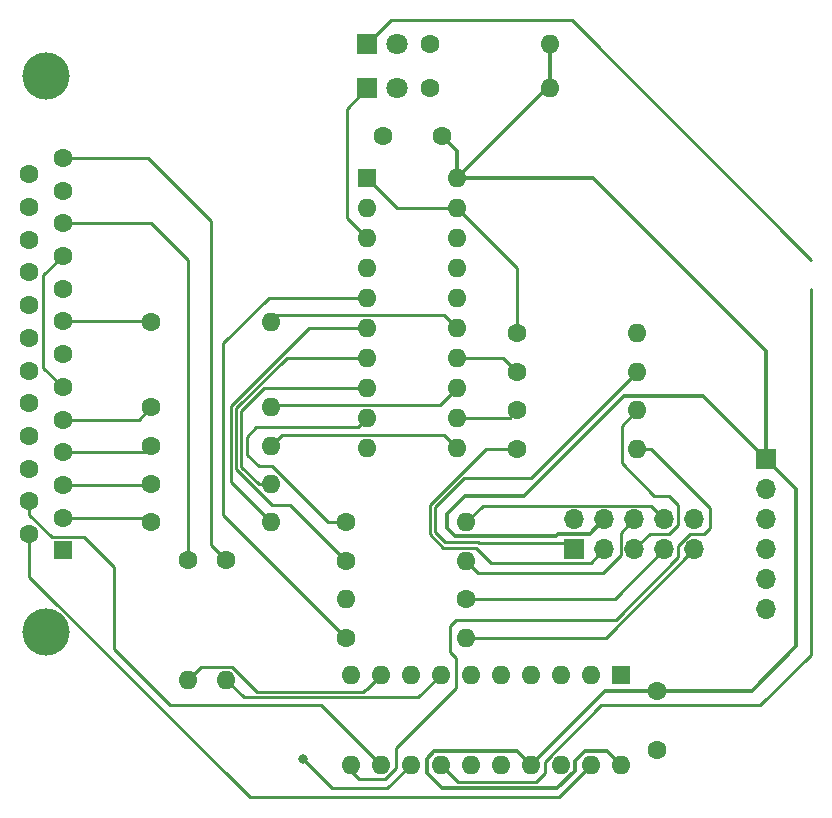
<source format=gbr>
%TF.GenerationSoftware,KiCad,Pcbnew,(6.0.7)*%
%TF.CreationDate,2023-04-25T18:20:48-06:00*%
%TF.ProjectId,byte_blaster_II,62797465-5f62-46c6-9173-7465725f4949,rev?*%
%TF.SameCoordinates,Original*%
%TF.FileFunction,Copper,L1,Top*%
%TF.FilePolarity,Positive*%
%FSLAX46Y46*%
G04 Gerber Fmt 4.6, Leading zero omitted, Abs format (unit mm)*
G04 Created by KiCad (PCBNEW (6.0.7)) date 2023-04-25 18:20:48*
%MOMM*%
%LPD*%
G01*
G04 APERTURE LIST*
%TA.AperFunction,ComponentPad*%
%ADD10C,1.600000*%
%TD*%
%TA.AperFunction,ComponentPad*%
%ADD11O,1.600000X1.600000*%
%TD*%
%TA.AperFunction,ComponentPad*%
%ADD12R,1.600000X1.600000*%
%TD*%
%TA.AperFunction,ComponentPad*%
%ADD13R,1.700000X1.700000*%
%TD*%
%TA.AperFunction,ComponentPad*%
%ADD14O,1.700000X1.700000*%
%TD*%
%TA.AperFunction,ComponentPad*%
%ADD15R,1.800000X1.800000*%
%TD*%
%TA.AperFunction,ComponentPad*%
%ADD16C,1.800000*%
%TD*%
%TA.AperFunction,ComponentPad*%
%ADD17C,4.000000*%
%TD*%
%TA.AperFunction,ViaPad*%
%ADD18C,0.800000*%
%TD*%
%TA.AperFunction,Conductor*%
%ADD19C,0.250000*%
%TD*%
%TA.AperFunction,Conductor*%
%ADD20C,0.350000*%
%TD*%
G04 APERTURE END LIST*
D10*
%TO.P,R15,1*%
%TO.N,Net-(J2-Pad3)*%
X86126112Y-127668557D03*
D11*
%TO.P,R15,2*%
%TO.N,Net-(U2-Pad11)*%
X96286112Y-127668557D03*
%TD*%
D10*
%TO.P,R7,1*%
%TO.N,Net-(J1-Pad13)*%
X61456112Y-137088557D03*
D11*
%TO.P,R7,2*%
%TO.N,Net-(U2-Pad7)*%
X61456112Y-147248557D03*
%TD*%
D10*
%TO.P,R10,1*%
%TO.N,Net-(U1-Pad12)*%
X86126112Y-124418557D03*
D11*
%TO.P,R10,2*%
%TO.N,Net-(J2-Pad5)*%
X96286112Y-124418557D03*
%TD*%
D10*
%TO.P,C1,1*%
%TO.N,VCC*%
X79706112Y-101168557D03*
%TO.P,C1,2*%
%TO.N,GND*%
X74706112Y-101168557D03*
%TD*%
%TO.P,R16,1*%
%TO.N,Net-(J2-Pad7)*%
X81774012Y-140422766D03*
D11*
%TO.P,R16,2*%
%TO.N,Net-(U2-Pad13)*%
X71614012Y-140422766D03*
%TD*%
D10*
%TO.P,R17,1*%
%TO.N,Net-(D2-Pad2)*%
X78706112Y-93418557D03*
D11*
%TO.P,R17,2*%
%TO.N,VCC*%
X88866112Y-93418557D03*
%TD*%
D10*
%TO.P,R5,1*%
%TO.N,Net-(J1-Pad8)*%
X55126112Y-116918557D03*
D11*
%TO.P,R5,2*%
%TO.N,Net-(U1-Pad15)*%
X65286112Y-116918557D03*
%TD*%
D10*
%TO.P,R14,1*%
%TO.N,Net-(D1-Pad2)*%
X78706112Y-97168557D03*
D11*
%TO.P,R14,2*%
%TO.N,VCC*%
X88866112Y-97168557D03*
%TD*%
D10*
%TO.P,R1,1*%
%TO.N,Net-(J1-Pad2)*%
X55126112Y-133918557D03*
D11*
%TO.P,R1,2*%
%TO.N,Net-(R1-Pad2)*%
X65286112Y-133918557D03*
%TD*%
D10*
%TO.P,R3,1*%
%TO.N,Net-(J1-Pad4)*%
X55126112Y-127418557D03*
D11*
%TO.P,R3,2*%
%TO.N,Net-(U1-Pad11)*%
X65286112Y-127418557D03*
%TD*%
D12*
%TO.P,U1,1,OEa*%
%TO.N,Net-(U1-Pad1)*%
X73406112Y-104743557D03*
D11*
%TO.P,U1,2,I0a*%
%TO.N,unconnected-(U1-Pad2)*%
X73406112Y-107283557D03*
%TO.P,U1,3,O3b*%
%TO.N,Net-(D1-Pad1)*%
X73406112Y-109823557D03*
%TO.P,U1,4,I1a*%
%TO.N,unconnected-(U1-Pad4)*%
X73406112Y-112363557D03*
%TO.P,U1,5,O2b*%
%TO.N,Net-(U1-Pad5)*%
X73406112Y-114903557D03*
%TO.P,U1,6,I2a*%
%TO.N,Net-(R1-Pad2)*%
X73406112Y-117443557D03*
%TO.P,U1,7,O1b*%
%TO.N,Net-(U1-Pad7)*%
X73406112Y-119983557D03*
%TO.P,U1,8,I3a*%
%TO.N,Net-(U1-Pad8)*%
X73406112Y-122523557D03*
%TO.P,U1,9,O0b*%
%TO.N,Net-(U1-Pad9)*%
X73406112Y-125063557D03*
%TO.P,U1,10,GND*%
%TO.N,GND*%
X73406112Y-127603557D03*
%TO.P,U1,11,I0b*%
%TO.N,Net-(U1-Pad11)*%
X81026112Y-127603557D03*
%TO.P,U1,12,O3a*%
%TO.N,Net-(U1-Pad12)*%
X81026112Y-125063557D03*
%TO.P,U1,13,I1b*%
%TO.N,Net-(U1-Pad13)*%
X81026112Y-122523557D03*
%TO.P,U1,14,O2a*%
%TO.N,Net-(U1-Pad14)*%
X81026112Y-119983557D03*
%TO.P,U1,15,I2b*%
%TO.N,Net-(U1-Pad15)*%
X81026112Y-117443557D03*
%TO.P,U1,16,O1a*%
%TO.N,unconnected-(U1-Pad16)*%
X81026112Y-114903557D03*
%TO.P,U1,17,I3b*%
%TO.N,GND*%
X81026112Y-112363557D03*
%TO.P,U1,18,O0a*%
%TO.N,unconnected-(U1-Pad18)*%
X81026112Y-109823557D03*
%TO.P,U1,19,OEb*%
%TO.N,Net-(U1-Pad1)*%
X81026112Y-107283557D03*
%TO.P,U1,20,VCC*%
%TO.N,VCC*%
X81026112Y-104743557D03*
%TD*%
D10*
%TO.P,C2,1*%
%TO.N,VCC*%
X97956112Y-148168557D03*
%TO.P,C2,2*%
%TO.N,GND*%
X97956112Y-153168557D03*
%TD*%
%TO.P,R13,1*%
%TO.N,Net-(U1-Pad5)*%
X71626112Y-143668557D03*
D11*
%TO.P,R13,2*%
%TO.N,Net-(J2-Pad9)*%
X81786112Y-143668557D03*
%TD*%
D10*
%TO.P,R4,1*%
%TO.N,Net-(J1-Pad5)*%
X55126112Y-124168557D03*
D11*
%TO.P,R4,2*%
%TO.N,Net-(U1-Pad13)*%
X65286112Y-124168557D03*
%TD*%
D10*
%TO.P,R8,1*%
%TO.N,Net-(U1-Pad1)*%
X86126112Y-117918557D03*
D11*
%TO.P,R8,2*%
%TO.N,GND*%
X96286112Y-117918557D03*
%TD*%
D10*
%TO.P,R9,1*%
%TO.N,Net-(U1-Pad14)*%
X86126112Y-121168557D03*
D11*
%TO.P,R9,2*%
%TO.N,Net-(J2-Pad1)*%
X96286112Y-121168557D03*
%TD*%
D10*
%TO.P,R11,1*%
%TO.N,Net-(U1-Pad9)*%
X71626112Y-133918557D03*
D11*
%TO.P,R11,2*%
%TO.N,Net-(J2-Pad8)*%
X81786112Y-133918557D03*
%TD*%
D13*
%TO.P,J2,1,Pin_1*%
%TO.N,Net-(J2-Pad1)*%
X90956112Y-136208557D03*
D14*
%TO.P,J2,2,Pin_2*%
%TO.N,GND*%
X90956112Y-133668557D03*
%TO.P,J2,3,Pin_3*%
%TO.N,Net-(J2-Pad3)*%
X93496112Y-136208557D03*
%TO.P,J2,4,Pin_4*%
%TO.N,VCC*%
X93496112Y-133668557D03*
%TO.P,J2,5,Pin_5*%
%TO.N,Net-(J2-Pad5)*%
X96036112Y-136208557D03*
%TO.P,J2,6,Pin_6*%
%TO.N,Net-(J2-Pad6)*%
X96036112Y-133668557D03*
%TO.P,J2,7,Pin_7*%
%TO.N,Net-(J2-Pad7)*%
X98576112Y-136208557D03*
%TO.P,J2,8,Pin_8*%
%TO.N,Net-(J2-Pad8)*%
X98576112Y-133668557D03*
%TO.P,J2,9,Pin_9*%
%TO.N,Net-(J2-Pad9)*%
X101116112Y-136208557D03*
%TO.P,J2,10,Pin_10*%
%TO.N,GND*%
X101116112Y-133668557D03*
%TD*%
D15*
%TO.P,D2,1,K*%
%TO.N,Net-(D2-Pad1)*%
X73431112Y-93418557D03*
D16*
%TO.P,D2,2,A*%
%TO.N,Net-(D2-Pad2)*%
X75971112Y-93418557D03*
%TD*%
D17*
%TO.P,J1,0,GND*%
%TO.N,GND*%
X46216443Y-143223557D03*
X46216443Y-96123557D03*
D12*
%TO.P,J1,1,1*%
%TO.N,unconnected-(J1-Pad1)*%
X47636443Y-136293557D03*
D10*
%TO.P,J1,2,2*%
%TO.N,Net-(J1-Pad2)*%
X47636443Y-133523557D03*
%TO.P,J1,3,3*%
%TO.N,Net-(J1-Pad3)*%
X47636443Y-130753557D03*
%TO.P,J1,4,4*%
%TO.N,Net-(J1-Pad4)*%
X47636443Y-127983557D03*
%TO.P,J1,5,5*%
%TO.N,Net-(J1-Pad5)*%
X47636443Y-125213557D03*
%TO.P,J1,6,6*%
%TO.N,Net-(J1-Pad10)*%
X47636443Y-122443557D03*
%TO.P,J1,7,7*%
%TO.N,unconnected-(J1-Pad7)*%
X47636443Y-119673557D03*
%TO.P,J1,8,8*%
%TO.N,Net-(J1-Pad8)*%
X47636443Y-116903557D03*
%TO.P,J1,9,9*%
%TO.N,unconnected-(J1-Pad9)*%
X47636443Y-114133557D03*
%TO.P,J1,10,10*%
%TO.N,Net-(J1-Pad10)*%
X47636443Y-111363557D03*
%TO.P,J1,11,11*%
%TO.N,Net-(J1-Pad11)*%
X47636443Y-108593557D03*
%TO.P,J1,12,12*%
%TO.N,unconnected-(J1-Pad12)*%
X47636443Y-105823557D03*
%TO.P,J1,13,13*%
%TO.N,Net-(J1-Pad13)*%
X47636443Y-103053557D03*
%TO.P,J1,14,P14*%
%TO.N,Net-(J1-Pad14)*%
X44796443Y-134908557D03*
%TO.P,J1,15,P15*%
%TO.N,Net-(J1-Pad15)*%
X44796443Y-132138557D03*
%TO.P,J1,16,P16*%
%TO.N,unconnected-(J1-Pad16)*%
X44796443Y-129368557D03*
%TO.P,J1,17,P17*%
%TO.N,unconnected-(J1-Pad17)*%
X44796443Y-126598557D03*
%TO.P,J1,18,P18*%
%TO.N,GND*%
X44796443Y-123828557D03*
%TO.P,J1,19,P19*%
X44796443Y-121058557D03*
%TO.P,J1,20,P20*%
X44796443Y-118288557D03*
%TO.P,J1,21,P21*%
X44796443Y-115518557D03*
%TO.P,J1,22,P22*%
X44796443Y-112748557D03*
%TO.P,J1,23,P23*%
X44796443Y-109978557D03*
%TO.P,J1,24,P24*%
X44796443Y-107208557D03*
%TO.P,J1,25,P25*%
X44796443Y-104438557D03*
%TD*%
%TO.P,R2,1*%
%TO.N,Net-(J1-Pad3)*%
X55126112Y-130668557D03*
D11*
%TO.P,R2,2*%
%TO.N,Net-(U1-Pad8)*%
X65286112Y-130668557D03*
%TD*%
D10*
%TO.P,R6,1*%
%TO.N,Net-(J1-Pad11)*%
X58206112Y-137088557D03*
D11*
%TO.P,R6,2*%
%TO.N,Net-(U2-Pad9)*%
X58206112Y-147248557D03*
%TD*%
D12*
%TO.P,U2,1,OEa*%
%TO.N,GND*%
X94866112Y-146828557D03*
D11*
%TO.P,U2,2,I0a*%
%TO.N,unconnected-(U2-Pad2)*%
X92326112Y-146828557D03*
%TO.P,U2,3,O3b*%
%TO.N,GND*%
X89786112Y-146828557D03*
%TO.P,U2,4,I1a*%
%TO.N,unconnected-(U2-Pad4)*%
X87246112Y-146828557D03*
%TO.P,U2,5,O2b*%
%TO.N,unconnected-(U2-Pad5)*%
X84706112Y-146828557D03*
%TO.P,U2,6,I2a*%
%TO.N,GND*%
X82166112Y-146828557D03*
%TO.P,U2,7,O1b*%
%TO.N,Net-(U2-Pad7)*%
X79626112Y-146828557D03*
%TO.P,U2,8,I3a*%
%TO.N,GND*%
X77086112Y-146828557D03*
%TO.P,U2,9,O0b*%
%TO.N,Net-(U2-Pad9)*%
X74546112Y-146828557D03*
%TO.P,U2,10,GND*%
%TO.N,GND*%
X72006112Y-146828557D03*
%TO.P,U2,11,I0b*%
%TO.N,Net-(U2-Pad11)*%
X72006112Y-154448557D03*
%TO.P,U2,12,O3a*%
%TO.N,Net-(J1-Pad15)*%
X74546112Y-154448557D03*
%TO.P,U2,13,I1b*%
%TO.N,Net-(U2-Pad13)*%
X77086112Y-154448557D03*
%TO.P,U2,14,O2a*%
%TO.N,Net-(D2-Pad1)*%
X79626112Y-154448557D03*
%TO.P,U2,15,I2b*%
%TO.N,GND*%
X82166112Y-154448557D03*
%TO.P,U2,16,O1a*%
%TO.N,unconnected-(U2-Pad16)*%
X84706112Y-154448557D03*
%TO.P,U2,17,I3b*%
%TO.N,VCC*%
X87246112Y-154448557D03*
%TO.P,U2,18,O0a*%
%TO.N,unconnected-(U2-Pad18)*%
X89786112Y-154448557D03*
%TO.P,U2,19,OEb*%
%TO.N,Net-(J1-Pad14)*%
X92326112Y-154448557D03*
%TO.P,U2,20,VCC*%
%TO.N,VCC*%
X94866112Y-154448557D03*
%TD*%
D10*
%TO.P,R12,1*%
%TO.N,Net-(U1-Pad7)*%
X71626112Y-137168557D03*
D11*
%TO.P,R12,2*%
%TO.N,Net-(J2-Pad6)*%
X81786112Y-137168557D03*
%TD*%
D15*
%TO.P,D1,1,K*%
%TO.N,Net-(D1-Pad1)*%
X73431112Y-97168557D03*
D16*
%TO.P,D1,2,A*%
%TO.N,Net-(D1-Pad2)*%
X75971112Y-97168557D03*
%TD*%
D13*
%TO.P,J3,1,VBUS*%
%TO.N,VCC*%
X107206112Y-128568557D03*
D14*
%TO.P,J3,2,D-*%
%TO.N,unconnected-(J3-Pad2)*%
X107206112Y-131108557D03*
%TO.P,J3,3,D+*%
%TO.N,unconnected-(J3-Pad3)*%
X107206112Y-133648557D03*
%TO.P,J3,4,ID*%
%TO.N,unconnected-(J3-Pad4)*%
X107206112Y-136188557D03*
%TO.P,J3,5,GND*%
%TO.N,GND*%
X107206112Y-138728557D03*
%TO.P,J3,6,Shield*%
%TO.N,unconnected-(J3-Pad6)*%
X107206112Y-141268557D03*
%TD*%
D18*
%TO.N,Net-(U2-Pad13)*%
X67956112Y-153918557D03*
%TD*%
D19*
%TO.N,Net-(D1-Pad1)*%
X72706112Y-97168557D02*
X73431112Y-97168557D01*
X72706112Y-97168557D02*
X73511112Y-97168557D01*
X71706112Y-108123557D02*
X71706112Y-98893557D01*
X73406112Y-109823557D02*
X71706112Y-108123557D01*
X71706112Y-98893557D02*
X73431112Y-97168557D01*
%TO.N,Net-(D2-Pad1)*%
X93225121Y-149418557D02*
X88456112Y-154187566D01*
X106706112Y-149418557D02*
X93225121Y-149418557D01*
X110956112Y-114168557D02*
X110956112Y-145168557D01*
X73431112Y-93418557D02*
X75431112Y-91418557D01*
X88456112Y-154187566D02*
X88456112Y-155168557D01*
X75431112Y-91418557D02*
X90706112Y-91418557D01*
X88456112Y-155168557D02*
X87706112Y-155918557D01*
X81096112Y-155918557D02*
X79626112Y-154448557D01*
X90706112Y-91418557D02*
X110956112Y-111668557D01*
X110956112Y-145168557D02*
X106706112Y-149418557D01*
X87706112Y-155918557D02*
X81096112Y-155918557D01*
%TO.N,Net-(J1-Pad2)*%
X54731112Y-133523557D02*
X55126112Y-133918557D01*
X47636443Y-133523557D02*
X54731112Y-133523557D01*
%TO.N,Net-(J1-Pad3)*%
X55041112Y-130753557D02*
X55126112Y-130668557D01*
X47636443Y-130753557D02*
X55041112Y-130753557D01*
%TO.N,Net-(J1-Pad4)*%
X54561112Y-127983557D02*
X55126112Y-127418557D01*
X47636443Y-127983557D02*
X54561112Y-127983557D01*
%TO.N,Net-(J1-Pad5)*%
X54081112Y-125213557D02*
X55126112Y-124168557D01*
X47636443Y-125213557D02*
X54081112Y-125213557D01*
%TO.N,Net-(J1-Pad10)*%
X46000000Y-113000000D02*
X47636443Y-111363557D01*
X46000000Y-120807114D02*
X46000000Y-113000000D01*
X47636443Y-122443557D02*
X46000000Y-120807114D01*
%TO.N,Net-(J1-Pad8)*%
X55111112Y-116903557D02*
X55126112Y-116918557D01*
X47636443Y-116903557D02*
X55111112Y-116903557D01*
%TO.N,Net-(J1-Pad11)*%
X58206112Y-111668557D02*
X58206112Y-137088557D01*
X47636443Y-108593557D02*
X55131112Y-108593557D01*
X55131112Y-108593557D02*
X58206112Y-111668557D01*
%TO.N,Net-(J1-Pad13)*%
X47636443Y-103053557D02*
X54821112Y-103053557D01*
X60206112Y-108438557D02*
X60206112Y-135838557D01*
X54821112Y-103053557D02*
X60206112Y-108438557D01*
X60206112Y-135838557D02*
X61456112Y-137088557D01*
%TO.N,Net-(J1-Pad14)*%
X89606112Y-157168557D02*
X63449490Y-157168557D01*
X63449490Y-157168557D02*
X44796443Y-138515510D01*
X92326112Y-154448557D02*
X89606112Y-157168557D01*
X44796443Y-138515510D02*
X44796443Y-134908557D01*
%TO.N,Net-(J1-Pad15)*%
X44796443Y-133269927D02*
X44796443Y-132138557D01*
X69516112Y-149418557D02*
X56706112Y-149418557D01*
X49456112Y-135168557D02*
X46695073Y-135168557D01*
X51956112Y-144668557D02*
X51956112Y-137668557D01*
X74546112Y-154448557D02*
X69516112Y-149418557D01*
X46695073Y-135168557D02*
X44796443Y-133269927D01*
X51956112Y-137668557D02*
X49456112Y-135168557D01*
X56706112Y-149418557D02*
X51956112Y-144668557D01*
%TO.N,Net-(J2-Pad1)*%
X81592508Y-130168557D02*
X87286112Y-130168557D01*
X79156112Y-132604953D02*
X81592508Y-130168557D01*
X80017508Y-135593557D02*
X79156112Y-134732161D01*
X90416112Y-135668557D02*
X82842508Y-135668557D01*
X82767508Y-135593557D02*
X80017508Y-135593557D01*
X79156112Y-134732161D02*
X79156112Y-132604953D01*
X90956112Y-136208557D02*
X90416112Y-135668557D01*
X87286112Y-130168557D02*
X96286112Y-121168557D01*
X82842508Y-135668557D02*
X82767508Y-135593557D01*
%TO.N,Net-(J2-Pad3)*%
X92321112Y-137383557D02*
X83921112Y-137383557D01*
X83456112Y-127668557D02*
X86126112Y-127668557D01*
X82581112Y-136043557D02*
X79831112Y-136043557D01*
X78706112Y-134918557D02*
X78706112Y-132418557D01*
X79831112Y-136043557D02*
X78706112Y-134918557D01*
X78706112Y-132418557D02*
X83456112Y-127668557D01*
X93496112Y-136208557D02*
X92321112Y-137383557D01*
X83921112Y-137383557D02*
X82581112Y-136043557D01*
D20*
%TO.N,VCC*%
X88866112Y-93418557D02*
X88866112Y-97168557D01*
X93526112Y-148168557D02*
X105956112Y-148168557D01*
X86706112Y-131668557D02*
X81706112Y-131668557D01*
X92531112Y-104743557D02*
X107206112Y-119418557D01*
X88866112Y-97168557D02*
X88601112Y-97168557D01*
X87246112Y-154448557D02*
X86071112Y-153273557D01*
X90961112Y-154151856D02*
X91839411Y-153273557D01*
X89477813Y-156418557D02*
X90961112Y-154935258D01*
X87246112Y-154448557D02*
X93526112Y-148168557D01*
X81026112Y-102488557D02*
X79706112Y-101168557D01*
X109706112Y-144418557D02*
X109706112Y-131068557D01*
X105956112Y-148168557D02*
X109706112Y-144418557D01*
X78451112Y-153923557D02*
X78451112Y-155163557D01*
X91839411Y-153273557D02*
X93691112Y-153273557D01*
X80206112Y-134418557D02*
X80881112Y-135093557D01*
X86071112Y-153273557D02*
X79101112Y-153273557D01*
X92246112Y-134918557D02*
X93496112Y-133668557D01*
X89573246Y-134918557D02*
X92246112Y-134918557D01*
X78451112Y-155163557D02*
X79706112Y-156418557D01*
X90961112Y-154935258D02*
X90961112Y-154151856D01*
X95131112Y-123243557D02*
X86706112Y-131668557D01*
X79101112Y-153273557D02*
X78451112Y-153923557D01*
X89398246Y-135093557D02*
X89573246Y-134918557D01*
X107206112Y-119418557D02*
X107206112Y-128568557D01*
X79706112Y-156418557D02*
X89477813Y-156418557D01*
X80206112Y-133168557D02*
X80206112Y-134418557D01*
X81026112Y-104743557D02*
X92531112Y-104743557D01*
X88601112Y-97168557D02*
X81026112Y-104743557D01*
X109706112Y-131068557D02*
X107206112Y-128568557D01*
X81706112Y-131668557D02*
X80206112Y-133168557D01*
X107206112Y-128568557D02*
X101881112Y-123243557D01*
X81026112Y-104743557D02*
X81026112Y-102488557D01*
X93691112Y-153273557D02*
X94866112Y-154448557D01*
X101881112Y-123243557D02*
X95131112Y-123243557D01*
X80881112Y-135093557D02*
X89398246Y-135093557D01*
D19*
%TO.N,Net-(J2-Pad5)*%
X94956112Y-125748557D02*
X94956112Y-128918557D01*
X98956112Y-131668557D02*
X99751112Y-132463557D01*
X99751112Y-132463557D02*
X99751112Y-134155258D01*
X94956112Y-128918557D02*
X97706112Y-131668557D01*
X96286112Y-124418557D02*
X94956112Y-125748557D01*
X97706112Y-131668557D02*
X98956112Y-131668557D01*
X96036112Y-136208557D02*
X97326112Y-134918557D01*
X97326112Y-134918557D02*
X98987813Y-134918557D01*
X98987813Y-134918557D02*
X99751112Y-134155258D01*
%TO.N,Net-(J2-Pad6)*%
X93387813Y-138168557D02*
X82786112Y-138168557D01*
X82786112Y-138168557D02*
X81786112Y-137168557D01*
X93387813Y-138168557D02*
X94861112Y-136695258D01*
X94861112Y-136695258D02*
X94861112Y-134843557D01*
X94861112Y-134843557D02*
X96036112Y-133668557D01*
%TO.N,Net-(J2-Pad7)*%
X98576112Y-136208557D02*
X94361903Y-140422766D01*
X94361903Y-140422766D02*
X81774012Y-140422766D01*
%TO.N,Net-(J2-Pad8)*%
X97401112Y-132493557D02*
X98576112Y-133668557D01*
X83211112Y-132493557D02*
X97401112Y-132493557D01*
X81786112Y-133918557D02*
X83211112Y-132493557D01*
%TO.N,Net-(J2-Pad9)*%
X101116112Y-136208557D02*
X93656112Y-143668557D01*
X93656112Y-143668557D02*
X81786112Y-143668557D01*
%TO.N,Net-(R1-Pad2)*%
X61856112Y-130488557D02*
X65286112Y-133918557D01*
X68489718Y-117443557D02*
X61856112Y-124077163D01*
X73406112Y-117443557D02*
X68489718Y-117443557D01*
X61856112Y-124077163D02*
X61856112Y-130488557D01*
%TO.N,Net-(U1-Pad8)*%
X64682510Y-122523557D02*
X62756112Y-124449955D01*
X62756112Y-129218557D02*
X64206112Y-130668557D01*
X62756112Y-124449955D02*
X62756112Y-129218557D01*
X73406112Y-122523557D02*
X64682510Y-122523557D01*
X64206112Y-130668557D02*
X65286112Y-130668557D01*
%TO.N,Net-(U1-Pad11)*%
X79901112Y-126478557D02*
X66226112Y-126478557D01*
X81026112Y-127603557D02*
X79901112Y-126478557D01*
X66226112Y-126478557D02*
X65286112Y-127418557D01*
%TO.N,Net-(U1-Pad13)*%
X65516112Y-123938557D02*
X65286112Y-124168557D01*
X81026112Y-122523557D02*
X79611112Y-123938557D01*
X79611112Y-123938557D02*
X65516112Y-123938557D01*
%TO.N,Net-(U1-Pad15)*%
X81026112Y-117443557D02*
X79901112Y-116318557D01*
X79901112Y-116318557D02*
X65886112Y-116318557D01*
X65886112Y-116318557D02*
X65286112Y-116918557D01*
%TO.N,Net-(U2-Pad9)*%
X58206112Y-147248557D02*
X59331112Y-146123557D01*
X59331112Y-146123557D02*
X61922103Y-146123557D01*
X60251112Y-146123557D02*
X60206112Y-146168557D01*
X73092511Y-148282158D02*
X64080704Y-148282158D01*
X64080704Y-148282158D02*
X61922103Y-146123557D01*
X61922103Y-146123557D02*
X60251112Y-146123557D01*
X73366112Y-148008557D02*
X74546112Y-146828557D01*
X61922103Y-146123557D02*
X62597103Y-146798557D01*
X74546112Y-146828557D02*
X73092511Y-148282158D01*
%TO.N,Net-(U2-Pad7)*%
X77722511Y-148732158D02*
X62939713Y-148732158D01*
X79626112Y-146828557D02*
X77722511Y-148732158D01*
X62939713Y-148732158D02*
X61456112Y-147248557D01*
%TO.N,Net-(U1-Pad1)*%
X86126112Y-117918557D02*
X86126112Y-112383557D01*
X81026112Y-107283557D02*
X75946112Y-107283557D01*
X86126112Y-112383557D02*
X81026112Y-107283557D01*
X75946112Y-107283557D02*
X73406112Y-104743557D01*
%TO.N,Net-(U1-Pad14)*%
X84941112Y-119983557D02*
X86126112Y-121168557D01*
X81026112Y-119983557D02*
X84941112Y-119983557D01*
%TO.N,Net-(U1-Pad12)*%
X85481112Y-125063557D02*
X86126112Y-124418557D01*
X81026112Y-125063557D02*
X85481112Y-125063557D01*
%TO.N,Net-(U1-Pad9)*%
X70127103Y-133918557D02*
X71626112Y-133918557D01*
X65377103Y-129168557D02*
X70127103Y-133918557D01*
X64011113Y-125863556D02*
X63206112Y-126668557D01*
X63206112Y-126668557D02*
X63206112Y-128168557D01*
X63206112Y-128168557D02*
X64206112Y-129168557D01*
X64206112Y-129168557D02*
X65377103Y-129168557D01*
X73406112Y-125063557D02*
X72606113Y-125863556D01*
X72606113Y-125863556D02*
X64011113Y-125863556D01*
%TO.N,Net-(U1-Pad7)*%
X66586114Y-119983557D02*
X62306112Y-124263559D01*
X73406112Y-119983557D02*
X66586114Y-119983557D01*
X62306112Y-124263559D02*
X62306112Y-129404953D01*
X62306112Y-129404953D02*
X65319716Y-132418557D01*
X65319716Y-132418557D02*
X66876112Y-132418557D01*
X66876112Y-132418557D02*
X71626112Y-137168557D01*
%TO.N,Net-(U1-Pad5)*%
X73406112Y-114903557D02*
X65052510Y-114903557D01*
X65052510Y-114903557D02*
X61206112Y-118749955D01*
X61206112Y-118749955D02*
X61206112Y-133248557D01*
X61206112Y-133248557D02*
X71626112Y-143668557D01*
%TO.N,Net-(U2-Pad11)*%
X72006112Y-154968557D02*
X72006112Y-154448557D01*
X72706112Y-155668557D02*
X72006112Y-154968557D01*
X97417482Y-127668557D02*
X102456112Y-132707187D01*
X75881811Y-154742858D02*
X74956112Y-155668557D01*
X99751112Y-136873557D02*
X94456112Y-142168557D01*
X100706112Y-134918557D02*
X99751112Y-135873557D01*
X102456112Y-134418557D02*
X101956112Y-134918557D01*
X101956112Y-134918557D02*
X100706112Y-134918557D01*
X80956112Y-142168557D02*
X80456112Y-142668557D01*
X80456112Y-142668557D02*
X80456112Y-144918557D01*
X74956112Y-155668557D02*
X72706112Y-155668557D01*
X96286112Y-127668557D02*
X97417482Y-127668557D01*
X80956112Y-147918557D02*
X75881811Y-152992858D01*
X102456112Y-132707187D02*
X102456112Y-134418557D01*
X80956112Y-145418557D02*
X80956112Y-147918557D01*
X99751112Y-135873557D02*
X99751112Y-136873557D01*
X80456112Y-144918557D02*
X80956112Y-145418557D01*
X75881811Y-152992858D02*
X75881811Y-154742858D01*
X94456112Y-142168557D02*
X80956112Y-142168557D01*
%TO.N,Net-(U2-Pad13)*%
X75116112Y-156418557D02*
X77086112Y-154448557D01*
X70456112Y-156418557D02*
X75116112Y-156418557D01*
X67956112Y-153918557D02*
X70456112Y-156418557D01*
%TD*%
M02*

</source>
